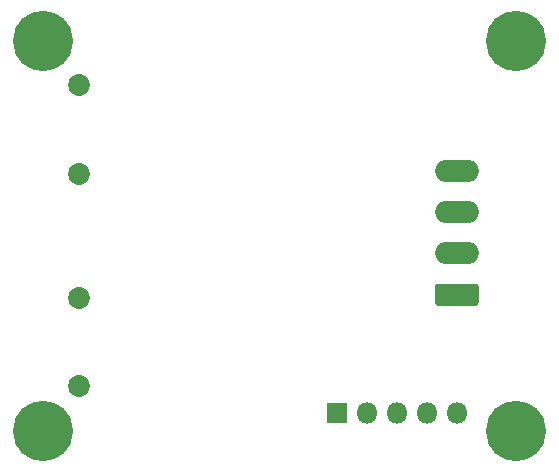
<source format=gbr>
%TF.GenerationSoftware,KiCad,Pcbnew,(5.1.6)-1*%
%TF.CreationDate,2020-12-03T13:02:19+08:00*%
%TF.ProjectId,SuperCap_UPS,53757065-7243-4617-905f-5550532e6b69,rev?*%
%TF.SameCoordinates,Original*%
%TF.FileFunction,Soldermask,Bot*%
%TF.FilePolarity,Negative*%
%FSLAX46Y46*%
G04 Gerber Fmt 4.6, Leading zero omitted, Abs format (unit mm)*
G04 Created by KiCad (PCBNEW (5.1.6)-1) date 2020-12-03 13:02:19*
%MOMM*%
%LPD*%
G01*
G04 APERTURE LIST*
%ADD10O,1.800000X1.800000*%
%ADD11R,1.800000X1.800000*%
%ADD12C,5.100000*%
%ADD13O,3.700000X1.900000*%
%ADD14C,1.854200*%
G04 APERTURE END LIST*
D10*
%TO.C,J2*%
X198040000Y-117500000D03*
X195500000Y-117500000D03*
X192960000Y-117500000D03*
X190420000Y-117500000D03*
D11*
X187880000Y-117500000D03*
%TD*%
D12*
%TO.C,REF\u002A\u002A*%
X163000000Y-86000000D03*
%TD*%
%TO.C,REF\u002A\u002A*%
X163000000Y-119000000D03*
%TD*%
%TO.C,REF\u002A\u002A*%
X203000000Y-119000000D03*
%TD*%
%TO.C,REF\u002A\u002A*%
X203000000Y-86000000D03*
%TD*%
D13*
%TO.C,J1*%
X198000000Y-97000000D03*
X198000000Y-100500000D03*
X198000000Y-104000000D03*
G36*
G01*
X199586111Y-108450000D02*
X196413889Y-108450000D01*
G75*
G02*
X196150000Y-108186111I0J263889D01*
G01*
X196150000Y-106813889D01*
G75*
G02*
X196413889Y-106550000I263889J0D01*
G01*
X199586111Y-106550000D01*
G75*
G02*
X199850000Y-106813889I0J-263889D01*
G01*
X199850000Y-108186111D01*
G75*
G02*
X199586111Y-108450000I-263889J0D01*
G01*
G37*
%TD*%
D14*
%TO.C,C2*%
X166000000Y-115250000D03*
X166000000Y-107750000D03*
%TD*%
%TO.C,C1*%
X166000000Y-97250000D03*
X166000000Y-89750000D03*
%TD*%
M02*

</source>
